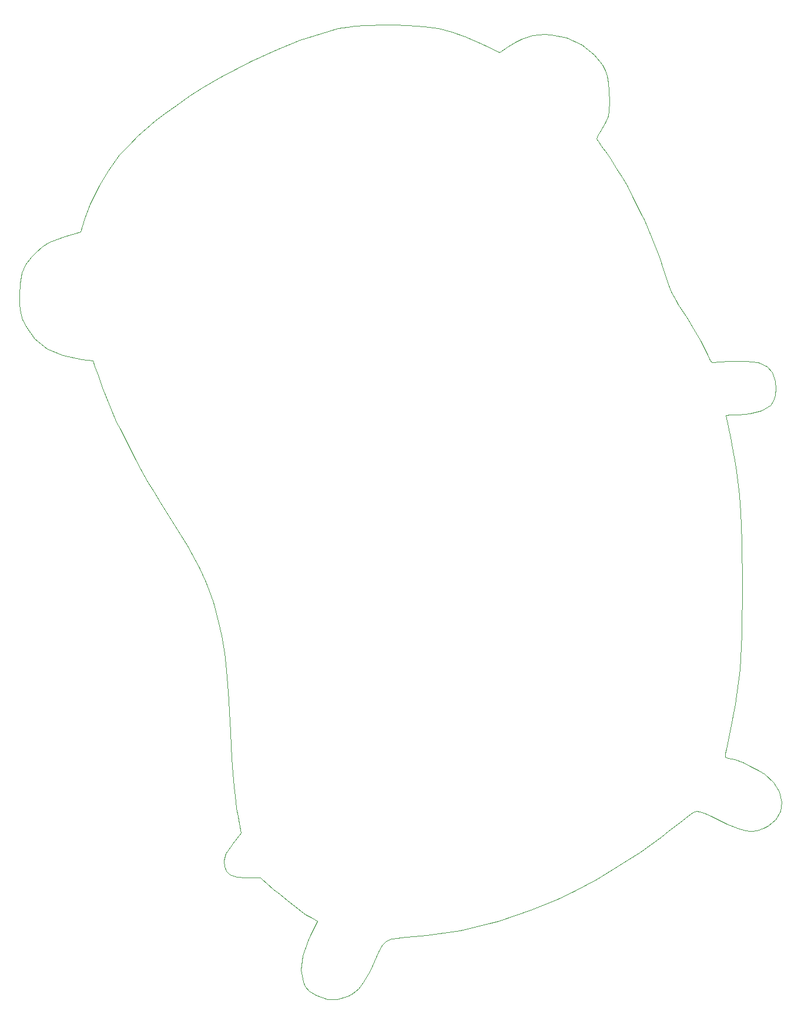
<source format=gbr>
G04 #@! TF.GenerationSoftware,KiCad,Pcbnew,(5.1.2)-1*
G04 #@! TF.CreationDate,2022-09-26T01:02:19+09:00*
G04 #@! TF.ProjectId,gopher_jump_xiao,676f7068-6572-45f6-9a75-6d705f786961,rev?*
G04 #@! TF.SameCoordinates,Original*
G04 #@! TF.FileFunction,Profile,NP*
%FSLAX46Y46*%
G04 Gerber Fmt 4.6, Leading zero omitted, Abs format (unit mm)*
G04 Created by KiCad (PCBNEW (5.1.2)-1) date 2022-09-26 01:02:19*
%MOMM*%
%LPD*%
G04 APERTURE LIST*
%ADD10C,0.120000*%
G04 APERTURE END LIST*
D10*
X128930000Y-53340000D02*
X129180000Y-52870000D01*
X129240000Y-53750000D02*
X128930000Y-53340000D01*
X129490000Y-52370000D02*
X129180000Y-52870000D01*
X130230000Y-51000000D02*
X129490000Y-52370000D01*
X130630000Y-50060000D02*
X130230000Y-51000000D01*
X130780000Y-49330000D02*
X130630000Y-50060000D01*
X130820000Y-48060000D02*
X130780000Y-49330000D01*
X130740000Y-46410000D02*
X130820000Y-48060000D01*
X130670000Y-45360000D02*
X130740000Y-46410000D01*
X130500000Y-44330000D02*
X130670000Y-45360000D01*
X130240000Y-43560000D02*
X130500000Y-44330000D01*
X129810000Y-42750000D02*
X130240000Y-43560000D01*
X128620000Y-41270000D02*
X129810000Y-42750000D01*
X126810000Y-39800000D02*
X128620000Y-41270000D01*
X124690000Y-38820000D02*
X126810000Y-39800000D01*
X122410000Y-38350000D02*
X124690000Y-38820000D01*
X121420000Y-38310000D02*
X122410000Y-38350000D01*
X119710000Y-38460000D02*
X121420000Y-38310000D01*
X118180000Y-38990000D02*
X119710000Y-38460000D01*
X117220000Y-39530000D02*
X118180000Y-38990000D01*
X116140000Y-40160000D02*
X117220000Y-39530000D01*
X114960000Y-40940000D02*
X116140000Y-40160000D01*
X112710000Y-39870000D02*
X114960000Y-40940000D01*
X109990000Y-38660000D02*
X112710000Y-39870000D01*
X108040000Y-37960000D02*
X109990000Y-38660000D01*
X106180000Y-37500000D02*
X108040000Y-37960000D01*
X104130000Y-37180000D02*
X106180000Y-37500000D01*
X101820000Y-37020000D02*
X104130000Y-37180000D01*
X99800000Y-36990000D02*
X101820000Y-37020000D01*
X98570000Y-36970000D02*
X99800000Y-36990000D01*
X95610000Y-37020000D02*
X98570000Y-36970000D01*
X94210000Y-37110000D02*
X95610000Y-37020000D01*
X93090000Y-37260000D02*
X94210000Y-37110000D01*
X91720000Y-37500000D02*
X93090000Y-37260000D01*
X90330000Y-37850000D02*
X91720000Y-37500000D01*
X86170000Y-39190000D02*
X90330000Y-37850000D01*
X82720000Y-40570000D02*
X86170000Y-39190000D01*
X79160000Y-42210000D02*
X82720000Y-40570000D01*
X74780000Y-44520000D02*
X79160000Y-42210000D01*
X72190000Y-46050000D02*
X74780000Y-44520000D01*
X70330000Y-47230000D02*
X72190000Y-46050000D01*
X68420000Y-48520000D02*
X70330000Y-47230000D01*
X66720000Y-49760000D02*
X68420000Y-48520000D01*
X65350000Y-50790000D02*
X66720000Y-49760000D01*
X62850000Y-52930000D02*
X65350000Y-50790000D01*
X61630000Y-54190000D02*
X62850000Y-52930000D01*
X60230000Y-55680000D02*
X61630000Y-54190000D01*
X58620000Y-57970000D02*
X60230000Y-55680000D01*
X57330000Y-60090000D02*
X58620000Y-57970000D01*
X56000000Y-62760000D02*
X57330000Y-60090000D01*
X55220000Y-64830000D02*
X56000000Y-62760000D01*
X54640000Y-66790000D02*
X55220000Y-64830000D01*
X52350000Y-67460000D02*
X54640000Y-66790000D01*
X51140000Y-67830000D02*
X52350000Y-67460000D01*
X50090000Y-68240000D02*
X51140000Y-67830000D01*
X49120000Y-68860000D02*
X50090000Y-68240000D01*
X48170000Y-69710000D02*
X49120000Y-68860000D01*
X47510000Y-70390000D02*
X48170000Y-69710000D01*
X46660000Y-71500000D02*
X47510000Y-70390000D01*
X46150000Y-72720000D02*
X46660000Y-71500000D01*
X45900000Y-74210000D02*
X46150000Y-72720000D01*
X45840000Y-75800000D02*
X45900000Y-74210000D01*
X45860000Y-77250000D02*
X45840000Y-75800000D01*
X46010000Y-78410000D02*
X45860000Y-77250000D01*
X46270000Y-79340000D02*
X46010000Y-78410000D01*
X46810000Y-80480000D02*
X46270000Y-79340000D01*
X48060000Y-82160000D02*
X46810000Y-80480000D01*
X49840000Y-83570000D02*
X48060000Y-82160000D01*
X52130000Y-84570000D02*
X49840000Y-83570000D01*
X54810000Y-85130000D02*
X52130000Y-84570000D01*
X56410000Y-85330000D02*
X54810000Y-85130000D01*
X56660000Y-86140000D02*
X56410000Y-85330000D01*
X57140000Y-87410000D02*
X56660000Y-86140000D01*
X57800000Y-89190000D02*
X57140000Y-87410000D01*
X58850000Y-91860000D02*
X57800000Y-89190000D01*
X59820000Y-94160000D02*
X58850000Y-91860000D01*
X60270000Y-95060000D02*
X59820000Y-94160000D01*
X62480000Y-99440000D02*
X60270000Y-95060000D01*
X63360000Y-101040000D02*
X62480000Y-99440000D01*
X64310000Y-102740000D02*
X63360000Y-101040000D01*
X65200000Y-104210000D02*
X64310000Y-102740000D01*
X66020000Y-105580000D02*
X65200000Y-104210000D01*
X68990000Y-110340000D02*
X66020000Y-105580000D01*
X70000000Y-111990000D02*
X68990000Y-110340000D01*
X71720000Y-115090000D02*
X70000000Y-111990000D01*
X72670000Y-117120000D02*
X71720000Y-115090000D01*
X73120000Y-118240000D02*
X72670000Y-117120000D01*
X73740000Y-120120000D02*
X73120000Y-118240000D01*
X74480000Y-122720000D02*
X73740000Y-120120000D01*
X74960000Y-124900000D02*
X74480000Y-122720000D01*
X75360000Y-127360000D02*
X74960000Y-124900000D01*
X75670000Y-129850000D02*
X75360000Y-127360000D01*
X75820000Y-131940000D02*
X75670000Y-129850000D01*
X75980000Y-134180000D02*
X75820000Y-131940000D01*
X76070000Y-135850000D02*
X75980000Y-134180000D01*
X76230000Y-138680000D02*
X76070000Y-135850000D01*
X76300000Y-140720000D02*
X76230000Y-138680000D01*
X76390000Y-142530000D02*
X76300000Y-140720000D01*
X76560000Y-144750000D02*
X76390000Y-142530000D01*
X76720000Y-146580000D02*
X76560000Y-144750000D01*
X76870000Y-147960000D02*
X76720000Y-146580000D01*
X77110000Y-149740000D02*
X76870000Y-147960000D01*
X77310000Y-150920000D02*
X77110000Y-149740000D01*
X77510000Y-151910000D02*
X77310000Y-150920000D01*
X77770000Y-153260000D02*
X77510000Y-151910000D01*
X76550000Y-154780000D02*
X77770000Y-153260000D01*
X76180000Y-155320000D02*
X76550000Y-154780000D01*
X75570000Y-156240000D02*
X76180000Y-155320000D01*
X75260000Y-157250000D02*
X75570000Y-156240000D01*
X75350000Y-158140000D02*
X75260000Y-157250000D01*
X75610000Y-158760000D02*
X75350000Y-158140000D01*
X76160000Y-159330000D02*
X75610000Y-158760000D01*
X77120000Y-159600000D02*
X76160000Y-159330000D01*
X78420000Y-159690000D02*
X77120000Y-159600000D01*
X79080000Y-159680000D02*
X78420000Y-159690000D01*
X80500000Y-159690000D02*
X79080000Y-159680000D01*
X80680000Y-159860000D02*
X80500000Y-159690000D01*
X81490000Y-160560000D02*
X80680000Y-159860000D01*
X82430000Y-161380000D02*
X81490000Y-160560000D01*
X83300000Y-162120000D02*
X82430000Y-161380000D01*
X84430000Y-163030000D02*
X83300000Y-162120000D01*
X85500000Y-163880000D02*
X84430000Y-163030000D01*
X86420000Y-164550000D02*
X85500000Y-163880000D01*
X87100000Y-165010000D02*
X86420000Y-164550000D01*
X87870000Y-165450000D02*
X87100000Y-165010000D01*
X88790000Y-165980000D02*
X87870000Y-165450000D01*
X88420000Y-166660000D02*
X88790000Y-165980000D01*
X87810000Y-167850000D02*
X88420000Y-166660000D01*
X87410000Y-168740000D02*
X87810000Y-167850000D01*
X86600000Y-170950000D02*
X87410000Y-168740000D01*
X86370000Y-173000000D02*
X86600000Y-170950000D01*
X86680000Y-174740000D02*
X86370000Y-173000000D01*
X86960000Y-175410000D02*
X86680000Y-174740000D01*
X87550000Y-176080000D02*
X86960000Y-175410000D01*
X88570000Y-176650000D02*
X87550000Y-176080000D01*
X90150000Y-177210000D02*
X88570000Y-176650000D01*
X91630000Y-177230000D02*
X90150000Y-177210000D01*
X93210000Y-176740000D02*
X91630000Y-177230000D01*
X93850000Y-176400000D02*
X93210000Y-176740000D01*
X94680000Y-175730000D02*
X93850000Y-176400000D01*
X95390000Y-174780000D02*
X94680000Y-175730000D01*
X96120000Y-173510000D02*
X95390000Y-174780000D01*
X96330000Y-173060000D02*
X96120000Y-173510000D01*
X97570000Y-170350000D02*
X96330000Y-173060000D01*
X98090000Y-169450000D02*
X97570000Y-170350000D01*
X98680000Y-168870000D02*
X98090000Y-169450000D01*
X99460000Y-168550000D02*
X98680000Y-168870000D01*
X100380000Y-168400000D02*
X99460000Y-168550000D01*
X100700000Y-168370000D02*
X100380000Y-168400000D01*
X104520000Y-168050000D02*
X100700000Y-168370000D01*
X109340000Y-167310000D02*
X104520000Y-168050000D01*
X113780000Y-166260000D02*
X109340000Y-167310000D01*
X114840000Y-165970000D02*
X113780000Y-166260000D01*
X119480000Y-164410000D02*
X114840000Y-165970000D01*
X123330000Y-162860000D02*
X119480000Y-164410000D01*
X125760000Y-161660000D02*
X123330000Y-162860000D01*
X128950000Y-159950000D02*
X125760000Y-161660000D01*
X132130000Y-158060000D02*
X128950000Y-159950000D01*
X133490000Y-157190000D02*
X132130000Y-158060000D01*
X135260000Y-156050000D02*
X133490000Y-157190000D01*
X138320000Y-153870000D02*
X135260000Y-156050000D01*
X139330000Y-153070000D02*
X138320000Y-153870000D01*
X141020000Y-151720000D02*
X139330000Y-153070000D01*
X142150000Y-150830000D02*
X141020000Y-151720000D01*
X142860000Y-150350000D02*
X142150000Y-150830000D01*
X143400000Y-150140000D02*
X142860000Y-150350000D01*
X143830000Y-150250000D02*
X143400000Y-150140000D01*
X144600000Y-150530000D02*
X143830000Y-150250000D01*
X145530000Y-150920000D02*
X144600000Y-150530000D01*
X146260000Y-151250000D02*
X145530000Y-150920000D01*
X147790000Y-151980000D02*
X146260000Y-151250000D01*
X149330000Y-152640000D02*
X147790000Y-151980000D01*
X150390000Y-152970000D02*
X149330000Y-152640000D01*
X151240000Y-153060000D02*
X150390000Y-152970000D01*
X152080000Y-152930000D02*
X151240000Y-153060000D01*
X153020000Y-152620000D02*
X152080000Y-152930000D01*
X153730000Y-152300000D02*
X153020000Y-152620000D01*
X154820000Y-151370000D02*
X153730000Y-152300000D01*
X155450000Y-150180000D02*
X154820000Y-151370000D01*
X155610000Y-148850000D02*
X155450000Y-150180000D01*
X155280000Y-147390000D02*
X155610000Y-148850000D01*
X154470000Y-146040000D02*
X155280000Y-147390000D01*
X153160000Y-144810000D02*
X154470000Y-146040000D01*
X152300000Y-144290000D02*
X153160000Y-144810000D01*
X151160000Y-143680000D02*
X152300000Y-144290000D01*
X150030000Y-143160000D02*
X151160000Y-143680000D01*
X148890000Y-142720000D02*
X150030000Y-143160000D01*
X147960000Y-142550000D02*
X148890000Y-142720000D01*
X147500000Y-142320000D02*
X147960000Y-142550000D01*
X147520000Y-141850000D02*
X147500000Y-142320000D01*
X147640000Y-141150000D02*
X147520000Y-141850000D01*
X148180000Y-138630000D02*
X147640000Y-141150000D01*
X148990000Y-134770000D02*
X148180000Y-138630000D01*
X149640000Y-129730000D02*
X148990000Y-134770000D01*
X149900000Y-124710000D02*
X149640000Y-129730000D01*
X149970000Y-117530000D02*
X149900000Y-124710000D01*
X149920000Y-111290000D02*
X149970000Y-117530000D01*
X149740000Y-107030000D02*
X149920000Y-111290000D01*
X149530000Y-104650000D02*
X149740000Y-107030000D01*
X149290000Y-102560000D02*
X149530000Y-104650000D01*
X149110000Y-101210000D02*
X149290000Y-102560000D01*
X148940000Y-100080000D02*
X149110000Y-101210000D01*
X148530000Y-97830000D02*
X148940000Y-100080000D01*
X148260000Y-96400000D02*
X148530000Y-97830000D01*
X147930000Y-94740000D02*
X148260000Y-96400000D01*
X147630000Y-93190000D02*
X147930000Y-94740000D01*
X147780000Y-93140000D02*
X147630000Y-93190000D01*
X148080000Y-93110000D02*
X147780000Y-93140000D01*
X148510000Y-93080000D02*
X148080000Y-93110000D01*
X149010000Y-93070000D02*
X148510000Y-93080000D01*
X149470000Y-93050000D02*
X149010000Y-93070000D01*
X151090000Y-92940000D02*
X149470000Y-93050000D01*
X152770000Y-92490000D02*
X151090000Y-92940000D01*
X153590000Y-91970000D02*
X152770000Y-92490000D01*
X154010000Y-91690000D02*
X153590000Y-91970000D01*
X154490000Y-91070000D02*
X154010000Y-91690000D01*
X154710000Y-90320000D02*
X154490000Y-91070000D01*
X154760000Y-89270000D02*
X154710000Y-90320000D01*
X154670000Y-88250000D02*
X154760000Y-89270000D01*
X154260000Y-87000000D02*
X154670000Y-88250000D01*
X153510000Y-86140000D02*
X154260000Y-87000000D01*
X152220000Y-85580000D02*
X153510000Y-86140000D01*
X150550000Y-85360000D02*
X152220000Y-85580000D01*
X149620000Y-85380000D02*
X150550000Y-85360000D01*
X148020000Y-85400000D02*
X149620000Y-85380000D01*
X145550000Y-85560000D02*
X148020000Y-85400000D01*
X145350000Y-85180000D02*
X145550000Y-85560000D01*
X144890000Y-84290000D02*
X145350000Y-85180000D01*
X143930000Y-82410000D02*
X144890000Y-84290000D01*
X142970000Y-80700000D02*
X143930000Y-82410000D01*
X142040000Y-79150000D02*
X142970000Y-80700000D01*
X140740000Y-77220000D02*
X142040000Y-79150000D01*
X140360000Y-76610000D02*
X140740000Y-77220000D01*
X139700000Y-75350000D02*
X140360000Y-76610000D01*
X139260000Y-74300000D02*
X139700000Y-75350000D01*
X138610000Y-72270000D02*
X139260000Y-74300000D01*
X138020000Y-70410000D02*
X138610000Y-72270000D01*
X136810000Y-67420000D02*
X138020000Y-70410000D01*
X135830000Y-64990000D02*
X136810000Y-67420000D01*
X135440000Y-64190000D02*
X135830000Y-64990000D01*
X134420000Y-62190000D02*
X135440000Y-64190000D01*
X134220000Y-61810000D02*
X134420000Y-62190000D01*
X133340000Y-60060000D02*
X134220000Y-61810000D01*
X132680000Y-58980000D02*
X133340000Y-60060000D01*
X131780000Y-57560000D02*
X132680000Y-58980000D01*
X130960000Y-56270000D02*
X131780000Y-57560000D01*
X130470000Y-55490000D02*
X130960000Y-56270000D01*
X129680000Y-54380000D02*
X130470000Y-55490000D01*
X129240000Y-53750000D02*
X129680000Y-54380000D01*
M02*

</source>
